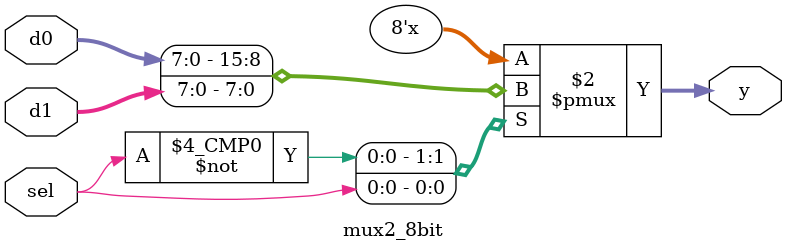
<source format=v>
module mux2_8bit(d0, d1, sel, y); //8bits mux2
	input [7:0] d0, d1;
	input sel;
	output reg [7:0] y;
	
	always @(sel, d0, d1)
		case (sel)
		1'b0 : y = d0;
		1'b1 : y = d1;
		default y = 8'hxx;
		endcase
		
endmodule 
</source>
